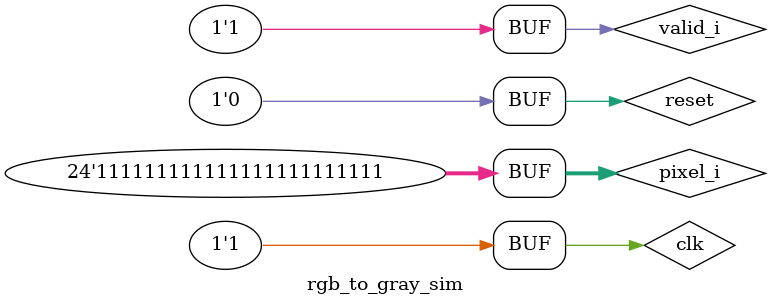
<source format=v>
`timescale 1ns / 1ps


module rgb_to_gray_sim;
    reg clk;
    reg reset;
    reg valid_i;
    reg [23:0] pixel_i;
    wire valid_o;
    wire [7:0] pixel_o;


    rgb_to_gray inst1(
        .clk_i(clk),
        .rst_i(reset),
        .valid_i(valid_i),
        .pixel_i(pixel_i),
        .valid_o(valid_o),
        .pixel_o(pixel_o)
    );

    task sendpixel;
        input [23:0] pixel;
        begin
        pixel_i = pixel;
        clk = 1'b0;
        #4
        clk = 1'b1;
        #4;
        clk = 1'b0;
        #4
        clk = 1'b1;
        #4;
        clk = 1'b0;
        #4
        clk = 1'b1;
        #4;
        clk = 1'b0;
        #4
        clk = 1'b1;
        #4;
        end
    endtask

    initial begin
        reset = 1'b0;
        clk = 1'b1;
        valid_i = 1'b0;
        #50

        valid_i = 1'b1;
        sendpixel(24'hFFFFFF);
        clk = 1'b0;
        #4
        clk = 1'b1;
        #4;
        clk = 1'b0;
        #4
        valid_i = 1'b0;
        clk = 1'b1;
        #4;
        clk = 1'b0;
        #4
        clk = 1'b1;
        #4;
        clk = 1'b0;
        #4
        valid_i = 1'b1;
        clk = 1'b1;
        #4;
        clk = 1'b0;
        #4
        clk = 1'b1;
        #4;
        clk = 1'b0;
        #4
        clk = 1'b1;
        #4;
        clk = 1'b0;
        #4
        clk = 1'b1;
        #4;
        clk = 1'b0;
        #4
        clk = 1'b1;
        #4;
        clk = 1'b0;
        #4
        clk = 1'b1;
        #4;
        clk = 1'b0;
        #4
        clk = 1'b1;
        #4;
        clk = 1'b0;
        #4
        clk = 1'b1;
        #4;
        clk = 1'b0;
        #4
        clk = 1'b1;
        #4;
        clk = 1'b0;
        #4
        clk = 1'b1;
        #4;
        clk = 1'b0;
        #4
        clk = 1'b1;
        #4;
        clk = 1'b0;
        #4
        clk = 1'b1;
        #4;
        clk = 1'b0;
        #4
        clk = 1'b1;
        #4;
        clk = 1'b0;
        #4
        clk = 1'b1;
        #4;
        clk = 1'b0;
        #4
        clk = 1'b1;
        #4;
        clk = 1'b0;
        #4
        clk = 1'b1;
        #4;
        clk = 1'b0;
        #4
        clk = 1'b1;
        #4;
        clk = 1'b0;
        #4
        clk = 1'b1;
        #4;
        clk = 1'b0;
        #4
        clk = 1'b1;
        #4;
        clk = 1'b0;
        #4
        clk = 1'b1;
        #4;
        clk = 1'b0;
        #4
        clk = 1'b1;
        #4;
        clk = 1'b0;
        #4
        clk = 1'b1;
        #4;
        clk = 1'b0;
        #4
        clk = 1'b1;
        #4;
        clk = 1'b0;
        #4
        clk = 1'b1;
        #4;
        clk = 1'b0;
        #4
        clk = 1'b1;
        #4;

        sendpixel(24'h00FF00);
        clk = 1'b0;
        #4
        clk = 1'b1;

        #4;
        clk = 1'b0;
        #4
        clk = 1'b1;

        #4;
        clk = 1'b0;
        #4
        clk = 1'b1;
        
        #4;
        clk = 1'b0;
        #4
        clk = 1'b1;
        #4;

        sendpixel(24'hFF0000);
        clk = 1'b0;
        #4
        clk = 1'b1;

        #4;
        clk = 1'b0;
        #4
        clk = 1'b1;

        #4;
        clk = 1'b0;
        #4
        clk = 1'b1;
        
        #4;
        clk = 1'b0;
        #4
        clk = 1'b1;
        #4;

        sendpixel(24'h000000);
        clk = 1'b0;
        #4
        clk = 1'b1;

        #4;
        clk = 1'b0;
        #4
        clk = 1'b1;

        #4;
        clk = 1'b0;
        #4
        clk = 1'b1;
        
        #4;
        clk = 1'b0;
        #4
        clk = 1'b1;
        #4;

        sendpixel(24'hFFFFFF);
        clk = 1'b0;
        #4
        clk = 1'b1;

        #4;
        clk = 1'b0;
        #4
        clk = 1'b1;

        #4;
        clk = 1'b0;
        #4
        clk = 1'b1;
        
        #4;
        clk = 1'b0;
        #4
        clk = 1'b1;
        #4;
        clk = 1'b0;
        #4
        clk = 1'b1;

        #4;
        clk = 1'b0;
        #4
        clk = 1'b1;

        #4;
        clk = 1'b0;
        #4
        clk = 1'b1;
        
        #4;
        clk = 1'b0;
        #4
        clk = 1'b1;
        #4;
    end 

endmodule

</source>
